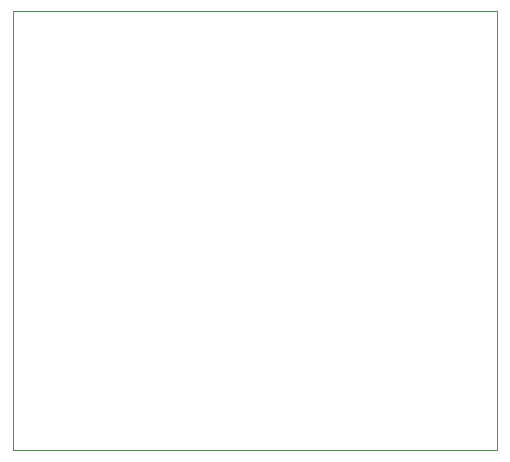
<source format=gbr>
G04 #@! TF.GenerationSoftware,KiCad,Pcbnew,(5.1.2)-2*
G04 #@! TF.CreationDate,2020-01-30T13:06:46+01:00*
G04 #@! TF.ProjectId,Pedalbox Extenion Board,50656461-6c62-46f7-9820-457874656e69,rev?*
G04 #@! TF.SameCoordinates,Original*
G04 #@! TF.FileFunction,Profile,NP*
%FSLAX46Y46*%
G04 Gerber Fmt 4.6, Leading zero omitted, Abs format (unit mm)*
G04 Created by KiCad (PCBNEW (5.1.2)-2) date 2020-01-30 13:06:46*
%MOMM*%
%LPD*%
G04 APERTURE LIST*
%ADD10C,0.100000*%
G04 APERTURE END LIST*
D10*
X129000000Y-120000000D02*
X129000000Y-157200000D01*
X170000000Y-120000000D02*
X170000000Y-157200000D01*
X129000000Y-120000000D02*
X170000000Y-120000000D01*
X129000000Y-157200000D02*
X170000000Y-157200000D01*
M02*

</source>
